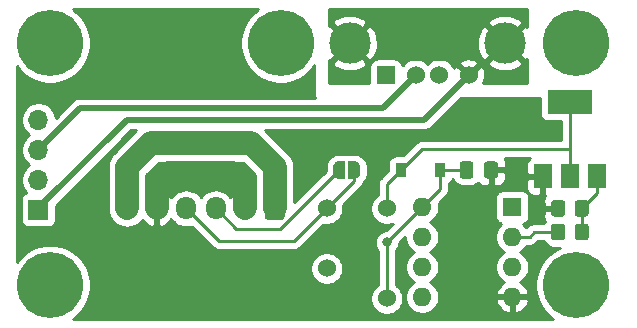
<source format=gbl>
G04 #@! TF.GenerationSoftware,KiCad,Pcbnew,5.1.9+dfsg1-1+deb11u1*
G04 #@! TF.CreationDate,2023-06-30T23:04:53+09:00*
G04 #@! TF.ProjectId,tablet-usb-adapter,7461626c-6574-42d7-9573-622d61646170,rev?*
G04 #@! TF.SameCoordinates,Original*
G04 #@! TF.FileFunction,Copper,L2,Bot*
G04 #@! TF.FilePolarity,Positive*
%FSLAX46Y46*%
G04 Gerber Fmt 4.6, Leading zero omitted, Abs format (unit mm)*
G04 Created by KiCad (PCBNEW 5.1.9+dfsg1-1+deb11u1) date 2023-06-30 23:04:53*
%MOMM*%
%LPD*%
G01*
G04 APERTURE LIST*
G04 #@! TA.AperFunction,ComponentPad*
%ADD10C,5.600000*%
G04 #@! TD*
G04 #@! TA.AperFunction,ComponentPad*
%ADD11R,1.700000X1.700000*%
G04 #@! TD*
G04 #@! TA.AperFunction,ComponentPad*
%ADD12O,1.700000X1.700000*%
G04 #@! TD*
G04 #@! TA.AperFunction,ComponentPad*
%ADD13O,1.700000X1.950000*%
G04 #@! TD*
G04 #@! TA.AperFunction,ComponentPad*
%ADD14C,3.500000*%
G04 #@! TD*
G04 #@! TA.AperFunction,ComponentPad*
%ADD15R,1.524000X1.524000*%
G04 #@! TD*
G04 #@! TA.AperFunction,ComponentPad*
%ADD16C,1.524000*%
G04 #@! TD*
G04 #@! TA.AperFunction,SMDPad,CuDef*
%ADD17R,3.800000X2.000000*%
G04 #@! TD*
G04 #@! TA.AperFunction,SMDPad,CuDef*
%ADD18R,1.500000X2.000000*%
G04 #@! TD*
G04 #@! TA.AperFunction,ComponentPad*
%ADD19R,1.600000X1.600000*%
G04 #@! TD*
G04 #@! TA.AperFunction,ComponentPad*
%ADD20O,1.600000X1.600000*%
G04 #@! TD*
G04 #@! TA.AperFunction,SMDPad,CuDef*
%ADD21R,0.900000X1.200000*%
G04 #@! TD*
G04 #@! TA.AperFunction,SMDPad,CuDef*
%ADD22C,0.100000*%
G04 #@! TD*
G04 #@! TA.AperFunction,ViaPad*
%ADD23C,0.800000*%
G04 #@! TD*
G04 #@! TA.AperFunction,Conductor*
%ADD24C,0.500000*%
G04 #@! TD*
G04 #@! TA.AperFunction,Conductor*
%ADD25C,0.250000*%
G04 #@! TD*
G04 #@! TA.AperFunction,Conductor*
%ADD26C,2.000000*%
G04 #@! TD*
G04 #@! TA.AperFunction,Conductor*
%ADD27C,0.254000*%
G04 #@! TD*
G04 #@! TA.AperFunction,Conductor*
%ADD28C,0.100000*%
G04 #@! TD*
G04 APERTURE END LIST*
D10*
X119000000Y-67500000D03*
X99500000Y-88000000D03*
X144000000Y-88000000D03*
X144000000Y-67500000D03*
X99500000Y-67500000D03*
G04 #@! TA.AperFunction,SMDPad,CuDef*
G36*
G01*
X145100000Y-81049999D02*
X145100000Y-81950001D01*
G75*
G02*
X144850001Y-82200000I-249999J0D01*
G01*
X144149999Y-82200000D01*
G75*
G02*
X143900000Y-81950001I0J249999D01*
G01*
X143900000Y-81049999D01*
G75*
G02*
X144149999Y-80800000I249999J0D01*
G01*
X144850001Y-80800000D01*
G75*
G02*
X145100000Y-81049999I0J-249999D01*
G01*
G37*
G04 #@! TD.AperFunction*
G04 #@! TA.AperFunction,SMDPad,CuDef*
G36*
G01*
X143100000Y-81049999D02*
X143100000Y-81950001D01*
G75*
G02*
X142850001Y-82200000I-249999J0D01*
G01*
X142149999Y-82200000D01*
G75*
G02*
X141900000Y-81950001I0J249999D01*
G01*
X141900000Y-81049999D01*
G75*
G02*
X142149999Y-80800000I249999J0D01*
G01*
X142850001Y-80800000D01*
G75*
G02*
X143100000Y-81049999I0J-249999D01*
G01*
G37*
G04 #@! TD.AperFunction*
G04 #@! TA.AperFunction,SMDPad,CuDef*
G36*
G01*
X134162500Y-78725000D02*
X134162500Y-77775000D01*
G75*
G02*
X134412500Y-77525000I250000J0D01*
G01*
X135087500Y-77525000D01*
G75*
G02*
X135337500Y-77775000I0J-250000D01*
G01*
X135337500Y-78725000D01*
G75*
G02*
X135087500Y-78975000I-250000J0D01*
G01*
X134412500Y-78975000D01*
G75*
G02*
X134162500Y-78725000I0J250000D01*
G01*
G37*
G04 #@! TD.AperFunction*
G04 #@! TA.AperFunction,SMDPad,CuDef*
G36*
G01*
X136237500Y-78725000D02*
X136237500Y-77775000D01*
G75*
G02*
X136487500Y-77525000I250000J0D01*
G01*
X137162500Y-77525000D01*
G75*
G02*
X137412500Y-77775000I0J-250000D01*
G01*
X137412500Y-78725000D01*
G75*
G02*
X137162500Y-78975000I-250000J0D01*
G01*
X136487500Y-78975000D01*
G75*
G02*
X136237500Y-78725000I0J250000D01*
G01*
G37*
G04 #@! TD.AperFunction*
D11*
X98500000Y-81620000D03*
D12*
X98500000Y-79080000D03*
X98500000Y-76540000D03*
X98500000Y-74000000D03*
G04 #@! TA.AperFunction,ComponentPad*
G36*
G01*
X119350000Y-80775000D02*
X119350000Y-82225000D01*
G75*
G02*
X119100000Y-82475000I-250000J0D01*
G01*
X117900000Y-82475000D01*
G75*
G02*
X117650000Y-82225000I0J250000D01*
G01*
X117650000Y-80775000D01*
G75*
G02*
X117900000Y-80525000I250000J0D01*
G01*
X119100000Y-80525000D01*
G75*
G02*
X119350000Y-80775000I0J-250000D01*
G01*
G37*
G04 #@! TD.AperFunction*
D13*
X116000000Y-81500000D03*
X113500000Y-81500000D03*
X111000000Y-81500000D03*
X108500000Y-81500000D03*
X106000000Y-81500000D03*
D14*
X138000000Y-67500000D03*
X124860000Y-67500000D03*
D15*
X127930000Y-70210000D03*
D16*
X130430000Y-70210000D03*
X132430000Y-70210000D03*
X134930000Y-70210000D03*
D17*
X143500000Y-72500000D03*
D18*
X143500000Y-78800000D03*
X141200000Y-78800000D03*
X145800000Y-78800000D03*
G04 #@! TA.AperFunction,SMDPad,CuDef*
G36*
G01*
X143100000Y-83049999D02*
X143100000Y-83950001D01*
G75*
G02*
X142850001Y-84200000I-249999J0D01*
G01*
X142149999Y-84200000D01*
G75*
G02*
X141900000Y-83950001I0J249999D01*
G01*
X141900000Y-83049999D01*
G75*
G02*
X142149999Y-82800000I249999J0D01*
G01*
X142850001Y-82800000D01*
G75*
G02*
X143100000Y-83049999I0J-249999D01*
G01*
G37*
G04 #@! TD.AperFunction*
G04 #@! TA.AperFunction,SMDPad,CuDef*
G36*
G01*
X145100000Y-83049999D02*
X145100000Y-83950001D01*
G75*
G02*
X144850001Y-84200000I-249999J0D01*
G01*
X144149999Y-84200000D01*
G75*
G02*
X143900000Y-83950001I0J249999D01*
G01*
X143900000Y-83049999D01*
G75*
G02*
X144149999Y-82800000I249999J0D01*
G01*
X144850001Y-82800000D01*
G75*
G02*
X145100000Y-83049999I0J-249999D01*
G01*
G37*
G04 #@! TD.AperFunction*
D19*
X138620000Y-81380000D03*
D20*
X131000000Y-89000000D03*
X138620000Y-83920000D03*
X131000000Y-86460000D03*
X138620000Y-86460000D03*
X131000000Y-83920000D03*
X138620000Y-89000000D03*
X131000000Y-81380000D03*
D21*
X129200000Y-78250000D03*
X132500000Y-78250000D03*
D16*
X122920000Y-81500000D03*
X128000000Y-81500000D03*
X122920000Y-86580000D03*
X128000000Y-89120000D03*
G04 #@! TA.AperFunction,SMDPad,CuDef*
D22*
G36*
X124750000Y-77500000D02*
G01*
X125250000Y-77500000D01*
X125250000Y-77500602D01*
X125274534Y-77500602D01*
X125323365Y-77505412D01*
X125371490Y-77514984D01*
X125418445Y-77529228D01*
X125463778Y-77548005D01*
X125507051Y-77571136D01*
X125547850Y-77598396D01*
X125585779Y-77629524D01*
X125620476Y-77664221D01*
X125651604Y-77702150D01*
X125678864Y-77742949D01*
X125701995Y-77786222D01*
X125720772Y-77831555D01*
X125735016Y-77878510D01*
X125744588Y-77926635D01*
X125749398Y-77975466D01*
X125749398Y-78000000D01*
X125750000Y-78000000D01*
X125750000Y-78500000D01*
X125749398Y-78500000D01*
X125749398Y-78524534D01*
X125744588Y-78573365D01*
X125735016Y-78621490D01*
X125720772Y-78668445D01*
X125701995Y-78713778D01*
X125678864Y-78757051D01*
X125651604Y-78797850D01*
X125620476Y-78835779D01*
X125585779Y-78870476D01*
X125547850Y-78901604D01*
X125507051Y-78928864D01*
X125463778Y-78951995D01*
X125418445Y-78970772D01*
X125371490Y-78985016D01*
X125323365Y-78994588D01*
X125274534Y-78999398D01*
X125250000Y-78999398D01*
X125250000Y-79000000D01*
X124750000Y-79000000D01*
X124750000Y-77500000D01*
G37*
G04 #@! TD.AperFunction*
G04 #@! TA.AperFunction,SMDPad,CuDef*
G36*
X123950000Y-78999398D02*
G01*
X123925466Y-78999398D01*
X123876635Y-78994588D01*
X123828510Y-78985016D01*
X123781555Y-78970772D01*
X123736222Y-78951995D01*
X123692949Y-78928864D01*
X123652150Y-78901604D01*
X123614221Y-78870476D01*
X123579524Y-78835779D01*
X123548396Y-78797850D01*
X123521136Y-78757051D01*
X123498005Y-78713778D01*
X123479228Y-78668445D01*
X123464984Y-78621490D01*
X123455412Y-78573365D01*
X123450602Y-78524534D01*
X123450602Y-78500000D01*
X123450000Y-78500000D01*
X123450000Y-78000000D01*
X123450602Y-78000000D01*
X123450602Y-77975466D01*
X123455412Y-77926635D01*
X123464984Y-77878510D01*
X123479228Y-77831555D01*
X123498005Y-77786222D01*
X123521136Y-77742949D01*
X123548396Y-77702150D01*
X123579524Y-77664221D01*
X123614221Y-77629524D01*
X123652150Y-77598396D01*
X123692949Y-77571136D01*
X123736222Y-77548005D01*
X123781555Y-77529228D01*
X123828510Y-77514984D01*
X123876635Y-77505412D01*
X123925466Y-77500602D01*
X123950000Y-77500602D01*
X123950000Y-77500000D01*
X124450000Y-77500000D01*
X124450000Y-79000000D01*
X123950000Y-79000000D01*
X123950000Y-78999398D01*
G37*
G04 #@! TD.AperFunction*
D23*
X128000000Y-84380000D03*
D24*
X98500000Y-76540000D02*
X102040000Y-73000000D01*
X127640000Y-73000000D02*
X130430000Y-70210000D01*
X102040000Y-73000000D02*
X127640000Y-73000000D01*
D25*
X127930000Y-69500000D02*
X127930000Y-69570000D01*
D24*
X98500000Y-81620000D02*
X98500000Y-81500000D01*
X98500000Y-81500000D02*
X106000000Y-74000000D01*
X131140000Y-74000000D02*
X134930000Y-70210000D01*
X106000000Y-74000000D02*
X131140000Y-74000000D01*
D26*
X106000000Y-81500000D02*
X106000000Y-78000000D01*
X106000000Y-78000000D02*
X108000000Y-76000000D01*
X108000000Y-76000000D02*
X116500000Y-76000000D01*
X118500000Y-78000000D02*
X118500000Y-81500000D01*
X116500000Y-76000000D02*
X118500000Y-78000000D01*
D25*
X128000000Y-84380000D02*
X128000000Y-89120000D01*
X131000000Y-81380000D02*
X128000000Y-84380000D01*
X132500000Y-78250000D02*
X134750000Y-78250000D01*
X132500000Y-79880000D02*
X131000000Y-81380000D01*
X132500000Y-78250000D02*
X132500000Y-79880000D01*
X116000000Y-81500000D02*
X116000000Y-82000000D01*
D26*
X108500000Y-81500000D02*
X108500000Y-79500000D01*
X108500000Y-79500000D02*
X109500000Y-78500000D01*
X109500000Y-78500000D02*
X115000000Y-78500000D01*
X116000000Y-79500000D02*
X116000000Y-81500000D01*
X115000000Y-78500000D02*
X116000000Y-79500000D01*
D25*
X143500000Y-76500000D02*
X143500000Y-78800000D01*
X143500000Y-76500000D02*
X143500000Y-72500000D01*
X130950000Y-76500000D02*
X143500000Y-76500000D01*
X129200000Y-78250000D02*
X130950000Y-76500000D01*
X128000000Y-79450000D02*
X129200000Y-78250000D01*
X128000000Y-81500000D02*
X128000000Y-79450000D01*
X123950000Y-78250000D02*
X118950000Y-83250000D01*
X115250000Y-83250000D02*
X113500000Y-81500000D01*
X118950000Y-83250000D02*
X115250000Y-83250000D01*
X111000000Y-81500000D02*
X113750000Y-84250000D01*
X120170000Y-84250000D02*
X122920000Y-81500000D01*
X113750000Y-84250000D02*
X120170000Y-84250000D01*
X125250000Y-79170000D02*
X125250000Y-78250000D01*
X122920000Y-81500000D02*
X125250000Y-79170000D01*
X144500000Y-83500000D02*
X144500000Y-81500000D01*
X145800000Y-80200000D02*
X144500000Y-81500000D01*
X145800000Y-78800000D02*
X145800000Y-80200000D01*
X138620000Y-83920000D02*
X140080000Y-83920000D01*
X140080000Y-83920000D02*
X140500000Y-83500000D01*
X140500000Y-83500000D02*
X142500000Y-83500000D01*
D27*
X139873000Y-66120932D02*
X139669609Y-66009997D01*
X138179605Y-67500000D01*
X139669609Y-68990003D01*
X139873000Y-68879068D01*
X139873000Y-70873000D01*
X136161979Y-70873000D01*
X136252756Y-70679952D01*
X136319023Y-70412865D01*
X136331910Y-70137983D01*
X136290922Y-69865867D01*
X136197636Y-69606977D01*
X136135656Y-69491020D01*
X135895565Y-69424040D01*
X135109605Y-70210000D01*
X135123748Y-70224143D01*
X134944143Y-70403748D01*
X134930000Y-70389605D01*
X134915858Y-70403748D01*
X134736253Y-70224143D01*
X134750395Y-70210000D01*
X133964435Y-69424040D01*
X133724344Y-69491020D01*
X133681782Y-69581533D01*
X133668005Y-69548273D01*
X133515120Y-69319465D01*
X133440090Y-69244435D01*
X134144040Y-69244435D01*
X134930000Y-70030395D01*
X135715960Y-69244435D01*
X135695086Y-69169609D01*
X136509997Y-69169609D01*
X136696073Y-69510766D01*
X137113409Y-69726513D01*
X137564815Y-69856696D01*
X138032946Y-69896313D01*
X138499811Y-69843842D01*
X138947468Y-69701297D01*
X139303927Y-69510766D01*
X139490003Y-69169609D01*
X138000000Y-67679605D01*
X136509997Y-69169609D01*
X135695086Y-69169609D01*
X135648980Y-69004344D01*
X135399952Y-68887244D01*
X135132865Y-68820977D01*
X134857983Y-68808090D01*
X134585867Y-68849078D01*
X134326977Y-68942364D01*
X134211020Y-69004344D01*
X134144040Y-69244435D01*
X133440090Y-69244435D01*
X133320535Y-69124880D01*
X133091727Y-68971995D01*
X132837490Y-68866686D01*
X132567592Y-68813000D01*
X132292408Y-68813000D01*
X132022510Y-68866686D01*
X131768273Y-68971995D01*
X131539465Y-69124880D01*
X131430000Y-69234345D01*
X131320535Y-69124880D01*
X131091727Y-68971995D01*
X130837490Y-68866686D01*
X130567592Y-68813000D01*
X130292408Y-68813000D01*
X130022510Y-68866686D01*
X129768273Y-68971995D01*
X129539465Y-69124880D01*
X129344880Y-69319465D01*
X129320941Y-69355292D01*
X129317812Y-69323518D01*
X129281502Y-69203820D01*
X129222537Y-69093506D01*
X129143185Y-68996815D01*
X129046494Y-68917463D01*
X128936180Y-68858498D01*
X128816482Y-68822188D01*
X128692000Y-68809928D01*
X128251195Y-68809928D01*
X128222246Y-68794454D01*
X128078985Y-68750997D01*
X127930000Y-68736323D01*
X127781014Y-68750997D01*
X127637753Y-68794454D01*
X127608804Y-68809928D01*
X127168000Y-68809928D01*
X127043518Y-68822188D01*
X126923820Y-68858498D01*
X126813506Y-68917463D01*
X126716815Y-68996815D01*
X126637463Y-69093506D01*
X126578498Y-69203820D01*
X126542188Y-69323518D01*
X126529928Y-69448000D01*
X126529928Y-70873000D01*
X123127000Y-70873000D01*
X123127000Y-69169609D01*
X123369997Y-69169609D01*
X123556073Y-69510766D01*
X123973409Y-69726513D01*
X124424815Y-69856696D01*
X124892946Y-69896313D01*
X125359811Y-69843842D01*
X125807468Y-69701297D01*
X126163927Y-69510766D01*
X126350003Y-69169609D01*
X124860000Y-67679605D01*
X123369997Y-69169609D01*
X123127000Y-69169609D01*
X123127000Y-68955428D01*
X123190391Y-68990003D01*
X124680395Y-67500000D01*
X125039605Y-67500000D01*
X126529609Y-68990003D01*
X126870766Y-68803927D01*
X127086513Y-68386591D01*
X127216696Y-67935185D01*
X127250736Y-67532946D01*
X135603687Y-67532946D01*
X135656158Y-67999811D01*
X135798703Y-68447468D01*
X135989234Y-68803927D01*
X136330391Y-68990003D01*
X137820395Y-67500000D01*
X136330391Y-66009997D01*
X135989234Y-66196073D01*
X135773487Y-66613409D01*
X135643304Y-67064815D01*
X135603687Y-67532946D01*
X127250736Y-67532946D01*
X127256313Y-67467054D01*
X127203842Y-67000189D01*
X127061297Y-66552532D01*
X126870766Y-66196073D01*
X126529609Y-66009997D01*
X125039605Y-67500000D01*
X124680395Y-67500000D01*
X123190391Y-66009997D01*
X123127000Y-66044572D01*
X123127000Y-65830391D01*
X123369997Y-65830391D01*
X124860000Y-67320395D01*
X126350003Y-65830391D01*
X136509997Y-65830391D01*
X138000000Y-67320395D01*
X139490003Y-65830391D01*
X139303927Y-65489234D01*
X138886591Y-65273487D01*
X138435185Y-65143304D01*
X137967054Y-65103687D01*
X137500189Y-65156158D01*
X137052532Y-65298703D01*
X136696073Y-65489234D01*
X136509997Y-65830391D01*
X126350003Y-65830391D01*
X126163927Y-65489234D01*
X125746591Y-65273487D01*
X125295185Y-65143304D01*
X124827054Y-65103687D01*
X124360189Y-65156158D01*
X123912532Y-65298703D01*
X123556073Y-65489234D01*
X123369997Y-65830391D01*
X123127000Y-65830391D01*
X123127000Y-64660000D01*
X139873000Y-64660000D01*
X139873000Y-66120932D01*
G04 #@! TA.AperFunction,Conductor*
D28*
G36*
X139873000Y-66120932D02*
G01*
X139669609Y-66009997D01*
X138179605Y-67500000D01*
X139669609Y-68990003D01*
X139873000Y-68879068D01*
X139873000Y-70873000D01*
X136161979Y-70873000D01*
X136252756Y-70679952D01*
X136319023Y-70412865D01*
X136331910Y-70137983D01*
X136290922Y-69865867D01*
X136197636Y-69606977D01*
X136135656Y-69491020D01*
X135895565Y-69424040D01*
X135109605Y-70210000D01*
X135123748Y-70224143D01*
X134944143Y-70403748D01*
X134930000Y-70389605D01*
X134915858Y-70403748D01*
X134736253Y-70224143D01*
X134750395Y-70210000D01*
X133964435Y-69424040D01*
X133724344Y-69491020D01*
X133681782Y-69581533D01*
X133668005Y-69548273D01*
X133515120Y-69319465D01*
X133440090Y-69244435D01*
X134144040Y-69244435D01*
X134930000Y-70030395D01*
X135715960Y-69244435D01*
X135695086Y-69169609D01*
X136509997Y-69169609D01*
X136696073Y-69510766D01*
X137113409Y-69726513D01*
X137564815Y-69856696D01*
X138032946Y-69896313D01*
X138499811Y-69843842D01*
X138947468Y-69701297D01*
X139303927Y-69510766D01*
X139490003Y-69169609D01*
X138000000Y-67679605D01*
X136509997Y-69169609D01*
X135695086Y-69169609D01*
X135648980Y-69004344D01*
X135399952Y-68887244D01*
X135132865Y-68820977D01*
X134857983Y-68808090D01*
X134585867Y-68849078D01*
X134326977Y-68942364D01*
X134211020Y-69004344D01*
X134144040Y-69244435D01*
X133440090Y-69244435D01*
X133320535Y-69124880D01*
X133091727Y-68971995D01*
X132837490Y-68866686D01*
X132567592Y-68813000D01*
X132292408Y-68813000D01*
X132022510Y-68866686D01*
X131768273Y-68971995D01*
X131539465Y-69124880D01*
X131430000Y-69234345D01*
X131320535Y-69124880D01*
X131091727Y-68971995D01*
X130837490Y-68866686D01*
X130567592Y-68813000D01*
X130292408Y-68813000D01*
X130022510Y-68866686D01*
X129768273Y-68971995D01*
X129539465Y-69124880D01*
X129344880Y-69319465D01*
X129320941Y-69355292D01*
X129317812Y-69323518D01*
X129281502Y-69203820D01*
X129222537Y-69093506D01*
X129143185Y-68996815D01*
X129046494Y-68917463D01*
X128936180Y-68858498D01*
X128816482Y-68822188D01*
X128692000Y-68809928D01*
X128251195Y-68809928D01*
X128222246Y-68794454D01*
X128078985Y-68750997D01*
X127930000Y-68736323D01*
X127781014Y-68750997D01*
X127637753Y-68794454D01*
X127608804Y-68809928D01*
X127168000Y-68809928D01*
X127043518Y-68822188D01*
X126923820Y-68858498D01*
X126813506Y-68917463D01*
X126716815Y-68996815D01*
X126637463Y-69093506D01*
X126578498Y-69203820D01*
X126542188Y-69323518D01*
X126529928Y-69448000D01*
X126529928Y-70873000D01*
X123127000Y-70873000D01*
X123127000Y-69169609D01*
X123369997Y-69169609D01*
X123556073Y-69510766D01*
X123973409Y-69726513D01*
X124424815Y-69856696D01*
X124892946Y-69896313D01*
X125359811Y-69843842D01*
X125807468Y-69701297D01*
X126163927Y-69510766D01*
X126350003Y-69169609D01*
X124860000Y-67679605D01*
X123369997Y-69169609D01*
X123127000Y-69169609D01*
X123127000Y-68955428D01*
X123190391Y-68990003D01*
X124680395Y-67500000D01*
X125039605Y-67500000D01*
X126529609Y-68990003D01*
X126870766Y-68803927D01*
X127086513Y-68386591D01*
X127216696Y-67935185D01*
X127250736Y-67532946D01*
X135603687Y-67532946D01*
X135656158Y-67999811D01*
X135798703Y-68447468D01*
X135989234Y-68803927D01*
X136330391Y-68990003D01*
X137820395Y-67500000D01*
X136330391Y-66009997D01*
X135989234Y-66196073D01*
X135773487Y-66613409D01*
X135643304Y-67064815D01*
X135603687Y-67532946D01*
X127250736Y-67532946D01*
X127256313Y-67467054D01*
X127203842Y-67000189D01*
X127061297Y-66552532D01*
X126870766Y-66196073D01*
X126529609Y-66009997D01*
X125039605Y-67500000D01*
X124680395Y-67500000D01*
X123190391Y-66009997D01*
X123127000Y-66044572D01*
X123127000Y-65830391D01*
X123369997Y-65830391D01*
X124860000Y-67320395D01*
X126350003Y-65830391D01*
X136509997Y-65830391D01*
X138000000Y-67320395D01*
X139490003Y-65830391D01*
X139303927Y-65489234D01*
X138886591Y-65273487D01*
X138435185Y-65143304D01*
X137967054Y-65103687D01*
X137500189Y-65156158D01*
X137052532Y-65298703D01*
X136696073Y-65489234D01*
X136509997Y-65830391D01*
X126350003Y-65830391D01*
X126163927Y-65489234D01*
X125746591Y-65273487D01*
X125295185Y-65143304D01*
X124827054Y-65103687D01*
X124360189Y-65156158D01*
X123912532Y-65298703D01*
X123556073Y-65489234D01*
X123369997Y-65830391D01*
X123127000Y-65830391D01*
X123127000Y-64660000D01*
X139873000Y-64660000D01*
X139873000Y-66120932D01*
G37*
G04 #@! TD.AperFunction*
D27*
X116810315Y-64831862D02*
X116331862Y-65310315D01*
X115955943Y-65872918D01*
X115697006Y-66498048D01*
X115565000Y-67161682D01*
X115565000Y-67838318D01*
X115697006Y-68501952D01*
X115955943Y-69127082D01*
X116331862Y-69689685D01*
X116810315Y-70168138D01*
X117372918Y-70544057D01*
X117998048Y-70802994D01*
X118661682Y-70935000D01*
X119338318Y-70935000D01*
X120001952Y-70802994D01*
X120627082Y-70544057D01*
X121189685Y-70168138D01*
X121668138Y-69689685D01*
X121873000Y-69383087D01*
X121873000Y-72000000D01*
X121875440Y-72024776D01*
X121882667Y-72048601D01*
X121894403Y-72070557D01*
X121910197Y-72089803D01*
X121929443Y-72105597D01*
X121947034Y-72115000D01*
X102083466Y-72115000D01*
X102039999Y-72110719D01*
X101996533Y-72115000D01*
X101996523Y-72115000D01*
X101866510Y-72127805D01*
X101699687Y-72178411D01*
X101545941Y-72260589D01*
X101545939Y-72260590D01*
X101545940Y-72260590D01*
X101444953Y-72343468D01*
X101444951Y-72343470D01*
X101411183Y-72371183D01*
X101383470Y-72404951D01*
X99976652Y-73811770D01*
X99927932Y-73566842D01*
X99815990Y-73296589D01*
X99653475Y-73053368D01*
X99446632Y-72846525D01*
X99203411Y-72684010D01*
X98933158Y-72572068D01*
X98646260Y-72515000D01*
X98353740Y-72515000D01*
X98066842Y-72572068D01*
X97796589Y-72684010D01*
X97553368Y-72846525D01*
X97346525Y-73053368D01*
X97184010Y-73296589D01*
X97072068Y-73566842D01*
X97015000Y-73853740D01*
X97015000Y-74146260D01*
X97072068Y-74433158D01*
X97184010Y-74703411D01*
X97346525Y-74946632D01*
X97553368Y-75153475D01*
X97727760Y-75270000D01*
X97553368Y-75386525D01*
X97346525Y-75593368D01*
X97184010Y-75836589D01*
X97072068Y-76106842D01*
X97015000Y-76393740D01*
X97015000Y-76686260D01*
X97072068Y-76973158D01*
X97184010Y-77243411D01*
X97346525Y-77486632D01*
X97553368Y-77693475D01*
X97727760Y-77810000D01*
X97553368Y-77926525D01*
X97346525Y-78133368D01*
X97184010Y-78376589D01*
X97072068Y-78646842D01*
X97015000Y-78933740D01*
X97015000Y-79226260D01*
X97072068Y-79513158D01*
X97184010Y-79783411D01*
X97346525Y-80026632D01*
X97478380Y-80158487D01*
X97405820Y-80180498D01*
X97295506Y-80239463D01*
X97198815Y-80318815D01*
X97119463Y-80415506D01*
X97060498Y-80525820D01*
X97024188Y-80645518D01*
X97011928Y-80770000D01*
X97011928Y-82470000D01*
X97024188Y-82594482D01*
X97060498Y-82714180D01*
X97119463Y-82824494D01*
X97198815Y-82921185D01*
X97295506Y-83000537D01*
X97405820Y-83059502D01*
X97525518Y-83095812D01*
X97650000Y-83108072D01*
X99350000Y-83108072D01*
X99474482Y-83095812D01*
X99594180Y-83059502D01*
X99704494Y-83000537D01*
X99801185Y-82921185D01*
X99880537Y-82824494D01*
X99939502Y-82714180D01*
X99975812Y-82594482D01*
X99988072Y-82470000D01*
X99988072Y-81263506D01*
X106366579Y-74885000D01*
X106799949Y-74885000D01*
X106787080Y-74900682D01*
X104900682Y-76787080D01*
X104838287Y-76838286D01*
X104665511Y-77048815D01*
X104633970Y-77087248D01*
X104482148Y-77371286D01*
X104388658Y-77679484D01*
X104357089Y-78000000D01*
X104365001Y-78080329D01*
X104365000Y-81580321D01*
X104388657Y-81820515D01*
X104482148Y-82128714D01*
X104633969Y-82412751D01*
X104838286Y-82661714D01*
X105087248Y-82866031D01*
X105371285Y-83017852D01*
X105679484Y-83111343D01*
X106000000Y-83142911D01*
X106320515Y-83111343D01*
X106628714Y-83017852D01*
X106912751Y-82866031D01*
X107161714Y-82661714D01*
X107301950Y-82490836D01*
X107410951Y-82634429D01*
X107628807Y-82827496D01*
X107880142Y-82974352D01*
X108143110Y-83066476D01*
X108373000Y-82945155D01*
X108373000Y-81627000D01*
X108353000Y-81627000D01*
X108353000Y-81373000D01*
X108373000Y-81373000D01*
X108373000Y-80054845D01*
X108143110Y-79933524D01*
X107880142Y-80025648D01*
X107635000Y-80168885D01*
X107635000Y-78677238D01*
X108677239Y-77635000D01*
X115822762Y-77635000D01*
X116865000Y-78677239D01*
X116865001Y-80168886D01*
X116619858Y-80025648D01*
X116356890Y-79933524D01*
X116127000Y-80054845D01*
X116127000Y-81373000D01*
X116147000Y-81373000D01*
X116147000Y-81627000D01*
X116127000Y-81627000D01*
X116127000Y-81647000D01*
X115873000Y-81647000D01*
X115873000Y-81627000D01*
X115853000Y-81627000D01*
X115853000Y-81373000D01*
X115873000Y-81373000D01*
X115873000Y-80054845D01*
X115643110Y-79933524D01*
X115380142Y-80025648D01*
X115128807Y-80172504D01*
X114910951Y-80365571D01*
X114754462Y-80571722D01*
X114740706Y-80545986D01*
X114555134Y-80319866D01*
X114329014Y-80134294D01*
X114071034Y-79996401D01*
X113791111Y-79911487D01*
X113500000Y-79882815D01*
X113208890Y-79911487D01*
X112928967Y-79996401D01*
X112670987Y-80134294D01*
X112444866Y-80319866D01*
X112259294Y-80545986D01*
X112250000Y-80563374D01*
X112240706Y-80545986D01*
X112055134Y-80319866D01*
X111829014Y-80134294D01*
X111571034Y-79996401D01*
X111291111Y-79911487D01*
X111000000Y-79882815D01*
X110708890Y-79911487D01*
X110428967Y-79996401D01*
X110170987Y-80134294D01*
X109944866Y-80319866D01*
X109759294Y-80545986D01*
X109745538Y-80571722D01*
X109589049Y-80365571D01*
X109371193Y-80172504D01*
X109119858Y-80025648D01*
X108856890Y-79933524D01*
X108627000Y-80054845D01*
X108627000Y-81373000D01*
X108647000Y-81373000D01*
X108647000Y-81627000D01*
X108627000Y-81627000D01*
X108627000Y-82945155D01*
X108856890Y-83066476D01*
X109119858Y-82974352D01*
X109371193Y-82827496D01*
X109589049Y-82634429D01*
X109745538Y-82428278D01*
X109759294Y-82454013D01*
X109944866Y-82680134D01*
X110170986Y-82865706D01*
X110428966Y-83003599D01*
X110708889Y-83088513D01*
X111000000Y-83117185D01*
X111291110Y-83088513D01*
X111461902Y-83036704D01*
X113186201Y-84761003D01*
X113209999Y-84790001D01*
X113325724Y-84884974D01*
X113457753Y-84955546D01*
X113601014Y-84999003D01*
X113712667Y-85010000D01*
X113712676Y-85010000D01*
X113749999Y-85013676D01*
X113787322Y-85010000D01*
X120132678Y-85010000D01*
X120170000Y-85013676D01*
X120207322Y-85010000D01*
X120207333Y-85010000D01*
X120318986Y-84999003D01*
X120462247Y-84955546D01*
X120594276Y-84884974D01*
X120710001Y-84790001D01*
X120733804Y-84760997D01*
X122628430Y-82866372D01*
X122782408Y-82897000D01*
X123057592Y-82897000D01*
X123327490Y-82843314D01*
X123581727Y-82738005D01*
X123810535Y-82585120D01*
X124005120Y-82390535D01*
X124158005Y-82161727D01*
X124263314Y-81907490D01*
X124317000Y-81637592D01*
X124317000Y-81362408D01*
X124286372Y-81208430D01*
X125761004Y-79733798D01*
X125790001Y-79710001D01*
X125884974Y-79594276D01*
X125955546Y-79462247D01*
X125985025Y-79365065D01*
X126018382Y-79337690D01*
X126087690Y-79268382D01*
X126167042Y-79171691D01*
X126221498Y-79090192D01*
X126280464Y-78979875D01*
X126317973Y-78889319D01*
X126354282Y-78769623D01*
X126373404Y-78673490D01*
X126385664Y-78549009D01*
X126385664Y-78524450D01*
X126388072Y-78500000D01*
X126388072Y-78000000D01*
X126385664Y-77975550D01*
X126385664Y-77950991D01*
X126373404Y-77826510D01*
X126354282Y-77730377D01*
X126317973Y-77610681D01*
X126280464Y-77520125D01*
X126221498Y-77409808D01*
X126167042Y-77328309D01*
X126087690Y-77231618D01*
X126018382Y-77162310D01*
X125921691Y-77082958D01*
X125840192Y-77028502D01*
X125729875Y-76969536D01*
X125639319Y-76932027D01*
X125519623Y-76895718D01*
X125423490Y-76876596D01*
X125299009Y-76864336D01*
X125274450Y-76864336D01*
X125250000Y-76861928D01*
X124750000Y-76861928D01*
X124625518Y-76874188D01*
X124600000Y-76881929D01*
X124574482Y-76874188D01*
X124450000Y-76861928D01*
X123950000Y-76861928D01*
X123925550Y-76864336D01*
X123900991Y-76864336D01*
X123776510Y-76876596D01*
X123680377Y-76895718D01*
X123560681Y-76932027D01*
X123470125Y-76969536D01*
X123359808Y-77028502D01*
X123278309Y-77082958D01*
X123181618Y-77162310D01*
X123112310Y-77231618D01*
X123032958Y-77328309D01*
X122978502Y-77409808D01*
X122919536Y-77520125D01*
X122882027Y-77610681D01*
X122845718Y-77730377D01*
X122826596Y-77826510D01*
X122814336Y-77950991D01*
X122814336Y-77975550D01*
X122811928Y-78000000D01*
X122811928Y-78313270D01*
X120135000Y-80990199D01*
X120135000Y-78080319D01*
X120142911Y-77999999D01*
X120128727Y-77855990D01*
X120111343Y-77679484D01*
X120017852Y-77371285D01*
X119866031Y-77087248D01*
X119661714Y-76838286D01*
X119599320Y-76787081D01*
X117712925Y-74900687D01*
X117700051Y-74885000D01*
X131096531Y-74885000D01*
X131140000Y-74889281D01*
X131183469Y-74885000D01*
X131183477Y-74885000D01*
X131313490Y-74872195D01*
X131480313Y-74821589D01*
X131634059Y-74739411D01*
X131768817Y-74628817D01*
X131796534Y-74595044D01*
X134264579Y-72127000D01*
X140961928Y-72127000D01*
X140961928Y-73500000D01*
X140974188Y-73624482D01*
X141010498Y-73744180D01*
X141069463Y-73854494D01*
X141148815Y-73951185D01*
X141245506Y-74030537D01*
X141355820Y-74089502D01*
X141475518Y-74125812D01*
X141600000Y-74138072D01*
X142740001Y-74138072D01*
X142740000Y-75740000D01*
X130987325Y-75740000D01*
X130950000Y-75736324D01*
X130912675Y-75740000D01*
X130912667Y-75740000D01*
X130801014Y-75750997D01*
X130657753Y-75794454D01*
X130525724Y-75865026D01*
X130409999Y-75959999D01*
X130386201Y-75988997D01*
X129363271Y-77011928D01*
X128750000Y-77011928D01*
X128625518Y-77024188D01*
X128505820Y-77060498D01*
X128395506Y-77119463D01*
X128298815Y-77198815D01*
X128219463Y-77295506D01*
X128160498Y-77405820D01*
X128124188Y-77525518D01*
X128111928Y-77650000D01*
X128111928Y-78263270D01*
X127488998Y-78886201D01*
X127460000Y-78909999D01*
X127436202Y-78938997D01*
X127436201Y-78938998D01*
X127365026Y-79025724D01*
X127294454Y-79157754D01*
X127250998Y-79301015D01*
X127236324Y-79450000D01*
X127240001Y-79487332D01*
X127240001Y-80327659D01*
X127109465Y-80414880D01*
X126914880Y-80609465D01*
X126761995Y-80838273D01*
X126656686Y-81092510D01*
X126603000Y-81362408D01*
X126603000Y-81637592D01*
X126656686Y-81907490D01*
X126761995Y-82161727D01*
X126914880Y-82390535D01*
X127109465Y-82585120D01*
X127338273Y-82738005D01*
X127592510Y-82843314D01*
X127862408Y-82897000D01*
X128137592Y-82897000D01*
X128407490Y-82843314D01*
X128500348Y-82804851D01*
X127960199Y-83345000D01*
X127898061Y-83345000D01*
X127698102Y-83384774D01*
X127509744Y-83462795D01*
X127340226Y-83576063D01*
X127196063Y-83720226D01*
X127082795Y-83889744D01*
X127004774Y-84078102D01*
X126965000Y-84278061D01*
X126965000Y-84481939D01*
X127004774Y-84681898D01*
X127082795Y-84870256D01*
X127196063Y-85039774D01*
X127240000Y-85083711D01*
X127240001Y-87947659D01*
X127109465Y-88034880D01*
X126914880Y-88229465D01*
X126761995Y-88458273D01*
X126656686Y-88712510D01*
X126603000Y-88982408D01*
X126603000Y-89257592D01*
X126656686Y-89527490D01*
X126761995Y-89781727D01*
X126914880Y-90010535D01*
X127109465Y-90205120D01*
X127338273Y-90358005D01*
X127592510Y-90463314D01*
X127862408Y-90517000D01*
X128137592Y-90517000D01*
X128407490Y-90463314D01*
X128661727Y-90358005D01*
X128890535Y-90205120D01*
X129085120Y-90010535D01*
X129238005Y-89781727D01*
X129343314Y-89527490D01*
X129397000Y-89257592D01*
X129397000Y-88982408D01*
X129343314Y-88712510D01*
X129238005Y-88458273D01*
X129085120Y-88229465D01*
X128890535Y-88034880D01*
X128760000Y-87947659D01*
X128760000Y-85083711D01*
X128803937Y-85039774D01*
X128917205Y-84870256D01*
X128995226Y-84681898D01*
X129035000Y-84481939D01*
X129035000Y-84419801D01*
X129565000Y-83889801D01*
X129565000Y-84061335D01*
X129620147Y-84338574D01*
X129728320Y-84599727D01*
X129885363Y-84834759D01*
X130085241Y-85034637D01*
X130317759Y-85190000D01*
X130085241Y-85345363D01*
X129885363Y-85545241D01*
X129728320Y-85780273D01*
X129620147Y-86041426D01*
X129565000Y-86318665D01*
X129565000Y-86601335D01*
X129620147Y-86878574D01*
X129728320Y-87139727D01*
X129885363Y-87374759D01*
X130085241Y-87574637D01*
X130317759Y-87730000D01*
X130085241Y-87885363D01*
X129885363Y-88085241D01*
X129728320Y-88320273D01*
X129620147Y-88581426D01*
X129565000Y-88858665D01*
X129565000Y-89141335D01*
X129620147Y-89418574D01*
X129728320Y-89679727D01*
X129885363Y-89914759D01*
X130085241Y-90114637D01*
X130320273Y-90271680D01*
X130581426Y-90379853D01*
X130858665Y-90435000D01*
X131141335Y-90435000D01*
X131418574Y-90379853D01*
X131679727Y-90271680D01*
X131914759Y-90114637D01*
X132114637Y-89914759D01*
X132271680Y-89679727D01*
X132379853Y-89418574D01*
X132393684Y-89349039D01*
X137228096Y-89349039D01*
X137268754Y-89483087D01*
X137388963Y-89737420D01*
X137556481Y-89963414D01*
X137764869Y-90152385D01*
X138006119Y-90297070D01*
X138270960Y-90391909D01*
X138493000Y-90270624D01*
X138493000Y-89127000D01*
X138747000Y-89127000D01*
X138747000Y-90270624D01*
X138969040Y-90391909D01*
X139233881Y-90297070D01*
X139475131Y-90152385D01*
X139683519Y-89963414D01*
X139851037Y-89737420D01*
X139971246Y-89483087D01*
X140011904Y-89349039D01*
X139889915Y-89127000D01*
X138747000Y-89127000D01*
X138493000Y-89127000D01*
X137350085Y-89127000D01*
X137228096Y-89349039D01*
X132393684Y-89349039D01*
X132435000Y-89141335D01*
X132435000Y-88858665D01*
X132379853Y-88581426D01*
X132271680Y-88320273D01*
X132114637Y-88085241D01*
X131914759Y-87885363D01*
X131682241Y-87730000D01*
X131914759Y-87574637D01*
X132114637Y-87374759D01*
X132271680Y-87139727D01*
X132379853Y-86878574D01*
X132435000Y-86601335D01*
X132435000Y-86318665D01*
X132379853Y-86041426D01*
X132271680Y-85780273D01*
X132114637Y-85545241D01*
X131914759Y-85345363D01*
X131682241Y-85190000D01*
X131914759Y-85034637D01*
X132114637Y-84834759D01*
X132271680Y-84599727D01*
X132379853Y-84338574D01*
X132435000Y-84061335D01*
X132435000Y-83778665D01*
X132379853Y-83501426D01*
X132271680Y-83240273D01*
X132114637Y-83005241D01*
X131914759Y-82805363D01*
X131682241Y-82650000D01*
X131914759Y-82494637D01*
X132114637Y-82294759D01*
X132271680Y-82059727D01*
X132379853Y-81798574D01*
X132435000Y-81521335D01*
X132435000Y-81238665D01*
X132398688Y-81056114D01*
X133011003Y-80443799D01*
X133040001Y-80420001D01*
X133134974Y-80304276D01*
X133205546Y-80172247D01*
X133249003Y-80028986D01*
X133260000Y-79917333D01*
X133260000Y-79917324D01*
X133263676Y-79880001D01*
X133260000Y-79842678D01*
X133260000Y-79800000D01*
X139811928Y-79800000D01*
X139824188Y-79924482D01*
X139860498Y-80044180D01*
X139919463Y-80154494D01*
X139998815Y-80251185D01*
X140095506Y-80330537D01*
X140205820Y-80389502D01*
X140325518Y-80425812D01*
X140450000Y-80438072D01*
X140914250Y-80435000D01*
X141073000Y-80276250D01*
X141073000Y-78927000D01*
X139973750Y-78927000D01*
X139815000Y-79085750D01*
X139811928Y-79800000D01*
X133260000Y-79800000D01*
X133260000Y-79404320D01*
X133304494Y-79380537D01*
X133401185Y-79301185D01*
X133480537Y-79204494D01*
X133539502Y-79094180D01*
X133565038Y-79010000D01*
X133575390Y-79010000D01*
X133592028Y-79064850D01*
X133674095Y-79218386D01*
X133784538Y-79352962D01*
X133919114Y-79463405D01*
X134072650Y-79545472D01*
X134239246Y-79596008D01*
X134412500Y-79613072D01*
X135087500Y-79613072D01*
X135260754Y-79596008D01*
X135427350Y-79545472D01*
X135580886Y-79463405D01*
X135715462Y-79352962D01*
X135720842Y-79346406D01*
X135786315Y-79426185D01*
X135883006Y-79505537D01*
X135993320Y-79564502D01*
X136113018Y-79600812D01*
X136237500Y-79613072D01*
X136539250Y-79610000D01*
X136698000Y-79451250D01*
X136698000Y-78377000D01*
X136952000Y-78377000D01*
X136952000Y-79451250D01*
X137110750Y-79610000D01*
X137412500Y-79613072D01*
X137536982Y-79600812D01*
X137656680Y-79564502D01*
X137766994Y-79505537D01*
X137863685Y-79426185D01*
X137943037Y-79329494D01*
X138002002Y-79219180D01*
X138038312Y-79099482D01*
X138050572Y-78975000D01*
X138047500Y-78535750D01*
X137888750Y-78377000D01*
X136952000Y-78377000D01*
X136698000Y-78377000D01*
X136678000Y-78377000D01*
X136678000Y-78123000D01*
X136698000Y-78123000D01*
X136698000Y-78103000D01*
X136952000Y-78103000D01*
X136952000Y-78123000D01*
X137888750Y-78123000D01*
X138047500Y-77964250D01*
X138050572Y-77525000D01*
X138038312Y-77400518D01*
X138002002Y-77280820D01*
X137990873Y-77260000D01*
X140113210Y-77260000D01*
X140095506Y-77269463D01*
X139998815Y-77348815D01*
X139919463Y-77445506D01*
X139860498Y-77555820D01*
X139824188Y-77675518D01*
X139811928Y-77800000D01*
X139815000Y-78514250D01*
X139973750Y-78673000D01*
X141073000Y-78673000D01*
X141073000Y-78653000D01*
X141327000Y-78653000D01*
X141327000Y-78673000D01*
X141347000Y-78673000D01*
X141347000Y-78927000D01*
X141327000Y-78927000D01*
X141327000Y-80276250D01*
X141426615Y-80375865D01*
X141369463Y-80445506D01*
X141310498Y-80555820D01*
X141274188Y-80675518D01*
X141261928Y-80800000D01*
X141265000Y-81214250D01*
X141423750Y-81373000D01*
X142373000Y-81373000D01*
X142373000Y-81353000D01*
X142627000Y-81353000D01*
X142627000Y-81373000D01*
X142647000Y-81373000D01*
X142647000Y-81627000D01*
X142627000Y-81627000D01*
X142627000Y-81647000D01*
X142373000Y-81647000D01*
X142373000Y-81627000D01*
X141423750Y-81627000D01*
X141265000Y-81785750D01*
X141261928Y-82200000D01*
X141274188Y-82324482D01*
X141310498Y-82444180D01*
X141369463Y-82554494D01*
X141395663Y-82586419D01*
X141329528Y-82710149D01*
X141320473Y-82740000D01*
X140537325Y-82740000D01*
X140500000Y-82736324D01*
X140462675Y-82740000D01*
X140462667Y-82740000D01*
X140351014Y-82750997D01*
X140207753Y-82794454D01*
X140075724Y-82865026D01*
X139959999Y-82959999D01*
X139936196Y-82989003D01*
X139808866Y-83116333D01*
X139734637Y-83005241D01*
X139536039Y-82806643D01*
X139544482Y-82805812D01*
X139664180Y-82769502D01*
X139774494Y-82710537D01*
X139871185Y-82631185D01*
X139950537Y-82534494D01*
X140009502Y-82424180D01*
X140045812Y-82304482D01*
X140058072Y-82180000D01*
X140058072Y-80580000D01*
X140045812Y-80455518D01*
X140009502Y-80335820D01*
X139950537Y-80225506D01*
X139871185Y-80128815D01*
X139774494Y-80049463D01*
X139664180Y-79990498D01*
X139544482Y-79954188D01*
X139420000Y-79941928D01*
X137820000Y-79941928D01*
X137695518Y-79954188D01*
X137575820Y-79990498D01*
X137465506Y-80049463D01*
X137368815Y-80128815D01*
X137289463Y-80225506D01*
X137230498Y-80335820D01*
X137194188Y-80455518D01*
X137181928Y-80580000D01*
X137181928Y-82180000D01*
X137194188Y-82304482D01*
X137230498Y-82424180D01*
X137289463Y-82534494D01*
X137368815Y-82631185D01*
X137465506Y-82710537D01*
X137575820Y-82769502D01*
X137695518Y-82805812D01*
X137703961Y-82806643D01*
X137505363Y-83005241D01*
X137348320Y-83240273D01*
X137240147Y-83501426D01*
X137185000Y-83778665D01*
X137185000Y-84061335D01*
X137240147Y-84338574D01*
X137348320Y-84599727D01*
X137505363Y-84834759D01*
X137705241Y-85034637D01*
X137937759Y-85190000D01*
X137705241Y-85345363D01*
X137505363Y-85545241D01*
X137348320Y-85780273D01*
X137240147Y-86041426D01*
X137185000Y-86318665D01*
X137185000Y-86601335D01*
X137240147Y-86878574D01*
X137348320Y-87139727D01*
X137505363Y-87374759D01*
X137705241Y-87574637D01*
X137940273Y-87731680D01*
X137950865Y-87736067D01*
X137764869Y-87847615D01*
X137556481Y-88036586D01*
X137388963Y-88262580D01*
X137268754Y-88516913D01*
X137228096Y-88650961D01*
X137350085Y-88873000D01*
X138493000Y-88873000D01*
X138493000Y-88853000D01*
X138747000Y-88853000D01*
X138747000Y-88873000D01*
X139889915Y-88873000D01*
X140011904Y-88650961D01*
X139971246Y-88516913D01*
X139851037Y-88262580D01*
X139683519Y-88036586D01*
X139475131Y-87847615D01*
X139289135Y-87736067D01*
X139299727Y-87731680D01*
X139534759Y-87574637D01*
X139734637Y-87374759D01*
X139891680Y-87139727D01*
X139999853Y-86878574D01*
X140055000Y-86601335D01*
X140055000Y-86318665D01*
X139999853Y-86041426D01*
X139891680Y-85780273D01*
X139734637Y-85545241D01*
X139534759Y-85345363D01*
X139302241Y-85190000D01*
X139534759Y-85034637D01*
X139734637Y-84834759D01*
X139838043Y-84680000D01*
X140042678Y-84680000D01*
X140080000Y-84683676D01*
X140117322Y-84680000D01*
X140117333Y-84680000D01*
X140228986Y-84669003D01*
X140372247Y-84625546D01*
X140504276Y-84554974D01*
X140620001Y-84460001D01*
X140643804Y-84430997D01*
X140814801Y-84260000D01*
X141320473Y-84260000D01*
X141329528Y-84289851D01*
X141411595Y-84443387D01*
X141522038Y-84577962D01*
X141656613Y-84688405D01*
X141810149Y-84770472D01*
X141976745Y-84821008D01*
X142149999Y-84838072D01*
X142657484Y-84838072D01*
X142372918Y-84955943D01*
X141810315Y-85331862D01*
X141331862Y-85810315D01*
X140955943Y-86372918D01*
X140697006Y-86998048D01*
X140565000Y-87661682D01*
X140565000Y-88338318D01*
X140697006Y-89001952D01*
X140955943Y-89627082D01*
X141331862Y-90189685D01*
X141810315Y-90668138D01*
X142067525Y-90840000D01*
X101432475Y-90840000D01*
X101689685Y-90668138D01*
X102168138Y-90189685D01*
X102544057Y-89627082D01*
X102802994Y-89001952D01*
X102935000Y-88338318D01*
X102935000Y-87661682D01*
X102802994Y-86998048D01*
X102572841Y-86442408D01*
X121523000Y-86442408D01*
X121523000Y-86717592D01*
X121576686Y-86987490D01*
X121681995Y-87241727D01*
X121834880Y-87470535D01*
X122029465Y-87665120D01*
X122258273Y-87818005D01*
X122512510Y-87923314D01*
X122782408Y-87977000D01*
X123057592Y-87977000D01*
X123327490Y-87923314D01*
X123581727Y-87818005D01*
X123810535Y-87665120D01*
X124005120Y-87470535D01*
X124158005Y-87241727D01*
X124263314Y-86987490D01*
X124317000Y-86717592D01*
X124317000Y-86442408D01*
X124263314Y-86172510D01*
X124158005Y-85918273D01*
X124005120Y-85689465D01*
X123810535Y-85494880D01*
X123581727Y-85341995D01*
X123327490Y-85236686D01*
X123057592Y-85183000D01*
X122782408Y-85183000D01*
X122512510Y-85236686D01*
X122258273Y-85341995D01*
X122029465Y-85494880D01*
X121834880Y-85689465D01*
X121681995Y-85918273D01*
X121576686Y-86172510D01*
X121523000Y-86442408D01*
X102572841Y-86442408D01*
X102544057Y-86372918D01*
X102168138Y-85810315D01*
X101689685Y-85331862D01*
X101127082Y-84955943D01*
X100501952Y-84697006D01*
X99838318Y-84565000D01*
X99161682Y-84565000D01*
X98498048Y-84697006D01*
X97872918Y-84955943D01*
X97310315Y-85331862D01*
X96831862Y-85810315D01*
X96660000Y-86067525D01*
X96660000Y-69432475D01*
X96831862Y-69689685D01*
X97310315Y-70168138D01*
X97872918Y-70544057D01*
X98498048Y-70802994D01*
X99161682Y-70935000D01*
X99838318Y-70935000D01*
X100501952Y-70802994D01*
X101127082Y-70544057D01*
X101689685Y-70168138D01*
X102168138Y-69689685D01*
X102544057Y-69127082D01*
X102802994Y-68501952D01*
X102935000Y-67838318D01*
X102935000Y-67161682D01*
X102802994Y-66498048D01*
X102544057Y-65872918D01*
X102168138Y-65310315D01*
X101689685Y-64831862D01*
X101432475Y-64660000D01*
X117067525Y-64660000D01*
X116810315Y-64831862D01*
G04 #@! TA.AperFunction,Conductor*
D28*
G36*
X116810315Y-64831862D02*
G01*
X116331862Y-65310315D01*
X115955943Y-65872918D01*
X115697006Y-66498048D01*
X115565000Y-67161682D01*
X115565000Y-67838318D01*
X115697006Y-68501952D01*
X115955943Y-69127082D01*
X116331862Y-69689685D01*
X116810315Y-70168138D01*
X117372918Y-70544057D01*
X117998048Y-70802994D01*
X118661682Y-70935000D01*
X119338318Y-70935000D01*
X120001952Y-70802994D01*
X120627082Y-70544057D01*
X121189685Y-70168138D01*
X121668138Y-69689685D01*
X121873000Y-69383087D01*
X121873000Y-72000000D01*
X121875440Y-72024776D01*
X121882667Y-72048601D01*
X121894403Y-72070557D01*
X121910197Y-72089803D01*
X121929443Y-72105597D01*
X121947034Y-72115000D01*
X102083466Y-72115000D01*
X102039999Y-72110719D01*
X101996533Y-72115000D01*
X101996523Y-72115000D01*
X101866510Y-72127805D01*
X101699687Y-72178411D01*
X101545941Y-72260589D01*
X101545939Y-72260590D01*
X101545940Y-72260590D01*
X101444953Y-72343468D01*
X101444951Y-72343470D01*
X101411183Y-72371183D01*
X101383470Y-72404951D01*
X99976652Y-73811770D01*
X99927932Y-73566842D01*
X99815990Y-73296589D01*
X99653475Y-73053368D01*
X99446632Y-72846525D01*
X99203411Y-72684010D01*
X98933158Y-72572068D01*
X98646260Y-72515000D01*
X98353740Y-72515000D01*
X98066842Y-72572068D01*
X97796589Y-72684010D01*
X97553368Y-72846525D01*
X97346525Y-73053368D01*
X97184010Y-73296589D01*
X97072068Y-73566842D01*
X97015000Y-73853740D01*
X97015000Y-74146260D01*
X97072068Y-74433158D01*
X97184010Y-74703411D01*
X97346525Y-74946632D01*
X97553368Y-75153475D01*
X97727760Y-75270000D01*
X97553368Y-75386525D01*
X97346525Y-75593368D01*
X97184010Y-75836589D01*
X97072068Y-76106842D01*
X97015000Y-76393740D01*
X97015000Y-76686260D01*
X97072068Y-76973158D01*
X97184010Y-77243411D01*
X97346525Y-77486632D01*
X97553368Y-77693475D01*
X97727760Y-77810000D01*
X97553368Y-77926525D01*
X97346525Y-78133368D01*
X97184010Y-78376589D01*
X97072068Y-78646842D01*
X97015000Y-78933740D01*
X97015000Y-79226260D01*
X97072068Y-79513158D01*
X97184010Y-79783411D01*
X97346525Y-80026632D01*
X97478380Y-80158487D01*
X97405820Y-80180498D01*
X97295506Y-80239463D01*
X97198815Y-80318815D01*
X97119463Y-80415506D01*
X97060498Y-80525820D01*
X97024188Y-80645518D01*
X97011928Y-80770000D01*
X97011928Y-82470000D01*
X97024188Y-82594482D01*
X97060498Y-82714180D01*
X97119463Y-82824494D01*
X97198815Y-82921185D01*
X97295506Y-83000537D01*
X97405820Y-83059502D01*
X97525518Y-83095812D01*
X97650000Y-83108072D01*
X99350000Y-83108072D01*
X99474482Y-83095812D01*
X99594180Y-83059502D01*
X99704494Y-83000537D01*
X99801185Y-82921185D01*
X99880537Y-82824494D01*
X99939502Y-82714180D01*
X99975812Y-82594482D01*
X99988072Y-82470000D01*
X99988072Y-81263506D01*
X106366579Y-74885000D01*
X106799949Y-74885000D01*
X106787080Y-74900682D01*
X104900682Y-76787080D01*
X104838287Y-76838286D01*
X104665511Y-77048815D01*
X104633970Y-77087248D01*
X104482148Y-77371286D01*
X104388658Y-77679484D01*
X104357089Y-78000000D01*
X104365001Y-78080329D01*
X104365000Y-81580321D01*
X104388657Y-81820515D01*
X104482148Y-82128714D01*
X104633969Y-82412751D01*
X104838286Y-82661714D01*
X105087248Y-82866031D01*
X105371285Y-83017852D01*
X105679484Y-83111343D01*
X106000000Y-83142911D01*
X106320515Y-83111343D01*
X106628714Y-83017852D01*
X106912751Y-82866031D01*
X107161714Y-82661714D01*
X107301950Y-82490836D01*
X107410951Y-82634429D01*
X107628807Y-82827496D01*
X107880142Y-82974352D01*
X108143110Y-83066476D01*
X108373000Y-82945155D01*
X108373000Y-81627000D01*
X108353000Y-81627000D01*
X108353000Y-81373000D01*
X108373000Y-81373000D01*
X108373000Y-80054845D01*
X108143110Y-79933524D01*
X107880142Y-80025648D01*
X107635000Y-80168885D01*
X107635000Y-78677238D01*
X108677239Y-77635000D01*
X115822762Y-77635000D01*
X116865000Y-78677239D01*
X116865001Y-80168886D01*
X116619858Y-80025648D01*
X116356890Y-79933524D01*
X116127000Y-80054845D01*
X116127000Y-81373000D01*
X116147000Y-81373000D01*
X116147000Y-81627000D01*
X116127000Y-81627000D01*
X116127000Y-81647000D01*
X115873000Y-81647000D01*
X115873000Y-81627000D01*
X115853000Y-81627000D01*
X115853000Y-81373000D01*
X115873000Y-81373000D01*
X115873000Y-80054845D01*
X115643110Y-79933524D01*
X115380142Y-80025648D01*
X115128807Y-80172504D01*
X114910951Y-80365571D01*
X114754462Y-80571722D01*
X114740706Y-80545986D01*
X114555134Y-80319866D01*
X114329014Y-80134294D01*
X114071034Y-79996401D01*
X113791111Y-79911487D01*
X113500000Y-79882815D01*
X113208890Y-79911487D01*
X112928967Y-79996401D01*
X112670987Y-80134294D01*
X112444866Y-80319866D01*
X112259294Y-80545986D01*
X112250000Y-80563374D01*
X112240706Y-80545986D01*
X112055134Y-80319866D01*
X111829014Y-80134294D01*
X111571034Y-79996401D01*
X111291111Y-79911487D01*
X111000000Y-79882815D01*
X110708890Y-79911487D01*
X110428967Y-79996401D01*
X110170987Y-80134294D01*
X109944866Y-80319866D01*
X109759294Y-80545986D01*
X109745538Y-80571722D01*
X109589049Y-80365571D01*
X109371193Y-80172504D01*
X109119858Y-80025648D01*
X108856890Y-79933524D01*
X108627000Y-80054845D01*
X108627000Y-81373000D01*
X108647000Y-81373000D01*
X108647000Y-81627000D01*
X108627000Y-81627000D01*
X108627000Y-82945155D01*
X108856890Y-83066476D01*
X109119858Y-82974352D01*
X109371193Y-82827496D01*
X109589049Y-82634429D01*
X109745538Y-82428278D01*
X109759294Y-82454013D01*
X109944866Y-82680134D01*
X110170986Y-82865706D01*
X110428966Y-83003599D01*
X110708889Y-83088513D01*
X111000000Y-83117185D01*
X111291110Y-83088513D01*
X111461902Y-83036704D01*
X113186201Y-84761003D01*
X113209999Y-84790001D01*
X113325724Y-84884974D01*
X113457753Y-84955546D01*
X113601014Y-84999003D01*
X113712667Y-85010000D01*
X113712676Y-85010000D01*
X113749999Y-85013676D01*
X113787322Y-85010000D01*
X120132678Y-85010000D01*
X120170000Y-85013676D01*
X120207322Y-85010000D01*
X120207333Y-85010000D01*
X120318986Y-84999003D01*
X120462247Y-84955546D01*
X120594276Y-84884974D01*
X120710001Y-84790001D01*
X120733804Y-84760997D01*
X122628430Y-82866372D01*
X122782408Y-82897000D01*
X123057592Y-82897000D01*
X123327490Y-82843314D01*
X123581727Y-82738005D01*
X123810535Y-82585120D01*
X124005120Y-82390535D01*
X124158005Y-82161727D01*
X124263314Y-81907490D01*
X124317000Y-81637592D01*
X124317000Y-81362408D01*
X124286372Y-81208430D01*
X125761004Y-79733798D01*
X125790001Y-79710001D01*
X125884974Y-79594276D01*
X125955546Y-79462247D01*
X125985025Y-79365065D01*
X126018382Y-79337690D01*
X126087690Y-79268382D01*
X126167042Y-79171691D01*
X126221498Y-79090192D01*
X126280464Y-78979875D01*
X126317973Y-78889319D01*
X126354282Y-78769623D01*
X126373404Y-78673490D01*
X126385664Y-78549009D01*
X126385664Y-78524450D01*
X126388072Y-78500000D01*
X126388072Y-78000000D01*
X126385664Y-77975550D01*
X126385664Y-77950991D01*
X126373404Y-77826510D01*
X126354282Y-77730377D01*
X126317973Y-77610681D01*
X126280464Y-77520125D01*
X126221498Y-77409808D01*
X126167042Y-77328309D01*
X126087690Y-77231618D01*
X126018382Y-77162310D01*
X125921691Y-77082958D01*
X125840192Y-77028502D01*
X125729875Y-76969536D01*
X125639319Y-76932027D01*
X125519623Y-76895718D01*
X125423490Y-76876596D01*
X125299009Y-76864336D01*
X125274450Y-76864336D01*
X125250000Y-76861928D01*
X124750000Y-76861928D01*
X124625518Y-76874188D01*
X124600000Y-76881929D01*
X124574482Y-76874188D01*
X124450000Y-76861928D01*
X123950000Y-76861928D01*
X123925550Y-76864336D01*
X123900991Y-76864336D01*
X123776510Y-76876596D01*
X123680377Y-76895718D01*
X123560681Y-76932027D01*
X123470125Y-76969536D01*
X123359808Y-77028502D01*
X123278309Y-77082958D01*
X123181618Y-77162310D01*
X123112310Y-77231618D01*
X123032958Y-77328309D01*
X122978502Y-77409808D01*
X122919536Y-77520125D01*
X122882027Y-77610681D01*
X122845718Y-77730377D01*
X122826596Y-77826510D01*
X122814336Y-77950991D01*
X122814336Y-77975550D01*
X122811928Y-78000000D01*
X122811928Y-78313270D01*
X120135000Y-80990199D01*
X120135000Y-78080319D01*
X120142911Y-77999999D01*
X120128727Y-77855990D01*
X120111343Y-77679484D01*
X120017852Y-77371285D01*
X119866031Y-77087248D01*
X119661714Y-76838286D01*
X119599320Y-76787081D01*
X117712925Y-74900687D01*
X117700051Y-74885000D01*
X131096531Y-74885000D01*
X131140000Y-74889281D01*
X131183469Y-74885000D01*
X131183477Y-74885000D01*
X131313490Y-74872195D01*
X131480313Y-74821589D01*
X131634059Y-74739411D01*
X131768817Y-74628817D01*
X131796534Y-74595044D01*
X134264579Y-72127000D01*
X140961928Y-72127000D01*
X140961928Y-73500000D01*
X140974188Y-73624482D01*
X141010498Y-73744180D01*
X141069463Y-73854494D01*
X141148815Y-73951185D01*
X141245506Y-74030537D01*
X141355820Y-74089502D01*
X141475518Y-74125812D01*
X141600000Y-74138072D01*
X142740001Y-74138072D01*
X142740000Y-75740000D01*
X130987325Y-75740000D01*
X130950000Y-75736324D01*
X130912675Y-75740000D01*
X130912667Y-75740000D01*
X130801014Y-75750997D01*
X130657753Y-75794454D01*
X130525724Y-75865026D01*
X130409999Y-75959999D01*
X130386201Y-75988997D01*
X129363271Y-77011928D01*
X128750000Y-77011928D01*
X128625518Y-77024188D01*
X128505820Y-77060498D01*
X128395506Y-77119463D01*
X128298815Y-77198815D01*
X128219463Y-77295506D01*
X128160498Y-77405820D01*
X128124188Y-77525518D01*
X128111928Y-77650000D01*
X128111928Y-78263270D01*
X127488998Y-78886201D01*
X127460000Y-78909999D01*
X127436202Y-78938997D01*
X127436201Y-78938998D01*
X127365026Y-79025724D01*
X127294454Y-79157754D01*
X127250998Y-79301015D01*
X127236324Y-79450000D01*
X127240001Y-79487332D01*
X127240001Y-80327659D01*
X127109465Y-80414880D01*
X126914880Y-80609465D01*
X126761995Y-80838273D01*
X126656686Y-81092510D01*
X126603000Y-81362408D01*
X126603000Y-81637592D01*
X126656686Y-81907490D01*
X126761995Y-82161727D01*
X126914880Y-82390535D01*
X127109465Y-82585120D01*
X127338273Y-82738005D01*
X127592510Y-82843314D01*
X127862408Y-82897000D01*
X128137592Y-82897000D01*
X128407490Y-82843314D01*
X128500348Y-82804851D01*
X127960199Y-83345000D01*
X127898061Y-83345000D01*
X127698102Y-83384774D01*
X127509744Y-83462795D01*
X127340226Y-83576063D01*
X127196063Y-83720226D01*
X127082795Y-83889744D01*
X127004774Y-84078102D01*
X126965000Y-84278061D01*
X126965000Y-84481939D01*
X127004774Y-84681898D01*
X127082795Y-84870256D01*
X127196063Y-85039774D01*
X127240000Y-85083711D01*
X127240001Y-87947659D01*
X127109465Y-88034880D01*
X126914880Y-88229465D01*
X126761995Y-88458273D01*
X126656686Y-88712510D01*
X126603000Y-88982408D01*
X126603000Y-89257592D01*
X126656686Y-89527490D01*
X126761995Y-89781727D01*
X126914880Y-90010535D01*
X127109465Y-90205120D01*
X127338273Y-90358005D01*
X127592510Y-90463314D01*
X127862408Y-90517000D01*
X128137592Y-90517000D01*
X128407490Y-90463314D01*
X128661727Y-90358005D01*
X128890535Y-90205120D01*
X129085120Y-90010535D01*
X129238005Y-89781727D01*
X129343314Y-89527490D01*
X129397000Y-89257592D01*
X129397000Y-88982408D01*
X129343314Y-88712510D01*
X129238005Y-88458273D01*
X129085120Y-88229465D01*
X128890535Y-88034880D01*
X128760000Y-87947659D01*
X128760000Y-85083711D01*
X128803937Y-85039774D01*
X128917205Y-84870256D01*
X128995226Y-84681898D01*
X129035000Y-84481939D01*
X129035000Y-84419801D01*
X129565000Y-83889801D01*
X129565000Y-84061335D01*
X129620147Y-84338574D01*
X129728320Y-84599727D01*
X129885363Y-84834759D01*
X130085241Y-85034637D01*
X130317759Y-85190000D01*
X130085241Y-85345363D01*
X129885363Y-85545241D01*
X129728320Y-85780273D01*
X129620147Y-86041426D01*
X129565000Y-86318665D01*
X129565000Y-86601335D01*
X129620147Y-86878574D01*
X129728320Y-87139727D01*
X129885363Y-87374759D01*
X130085241Y-87574637D01*
X130317759Y-87730000D01*
X130085241Y-87885363D01*
X129885363Y-88085241D01*
X129728320Y-88320273D01*
X129620147Y-88581426D01*
X129565000Y-88858665D01*
X129565000Y-89141335D01*
X129620147Y-89418574D01*
X129728320Y-89679727D01*
X129885363Y-89914759D01*
X130085241Y-90114637D01*
X130320273Y-90271680D01*
X130581426Y-90379853D01*
X130858665Y-90435000D01*
X131141335Y-90435000D01*
X131418574Y-90379853D01*
X131679727Y-90271680D01*
X131914759Y-90114637D01*
X132114637Y-89914759D01*
X132271680Y-89679727D01*
X132379853Y-89418574D01*
X132393684Y-89349039D01*
X137228096Y-89349039D01*
X137268754Y-89483087D01*
X137388963Y-89737420D01*
X137556481Y-89963414D01*
X137764869Y-90152385D01*
X138006119Y-90297070D01*
X138270960Y-90391909D01*
X138493000Y-90270624D01*
X138493000Y-89127000D01*
X138747000Y-89127000D01*
X138747000Y-90270624D01*
X138969040Y-90391909D01*
X139233881Y-90297070D01*
X139475131Y-90152385D01*
X139683519Y-89963414D01*
X139851037Y-89737420D01*
X139971246Y-89483087D01*
X140011904Y-89349039D01*
X139889915Y-89127000D01*
X138747000Y-89127000D01*
X138493000Y-89127000D01*
X137350085Y-89127000D01*
X137228096Y-89349039D01*
X132393684Y-89349039D01*
X132435000Y-89141335D01*
X132435000Y-88858665D01*
X132379853Y-88581426D01*
X132271680Y-88320273D01*
X132114637Y-88085241D01*
X131914759Y-87885363D01*
X131682241Y-87730000D01*
X131914759Y-87574637D01*
X132114637Y-87374759D01*
X132271680Y-87139727D01*
X132379853Y-86878574D01*
X132435000Y-86601335D01*
X132435000Y-86318665D01*
X132379853Y-86041426D01*
X132271680Y-85780273D01*
X132114637Y-85545241D01*
X131914759Y-85345363D01*
X131682241Y-85190000D01*
X131914759Y-85034637D01*
X132114637Y-84834759D01*
X132271680Y-84599727D01*
X132379853Y-84338574D01*
X132435000Y-84061335D01*
X132435000Y-83778665D01*
X132379853Y-83501426D01*
X132271680Y-83240273D01*
X132114637Y-83005241D01*
X131914759Y-82805363D01*
X131682241Y-82650000D01*
X131914759Y-82494637D01*
X132114637Y-82294759D01*
X132271680Y-82059727D01*
X132379853Y-81798574D01*
X132435000Y-81521335D01*
X132435000Y-81238665D01*
X132398688Y-81056114D01*
X133011003Y-80443799D01*
X133040001Y-80420001D01*
X133134974Y-80304276D01*
X133205546Y-80172247D01*
X133249003Y-80028986D01*
X133260000Y-79917333D01*
X133260000Y-79917324D01*
X133263676Y-79880001D01*
X133260000Y-79842678D01*
X133260000Y-79800000D01*
X139811928Y-79800000D01*
X139824188Y-79924482D01*
X139860498Y-80044180D01*
X139919463Y-80154494D01*
X139998815Y-80251185D01*
X140095506Y-80330537D01*
X140205820Y-80389502D01*
X140325518Y-80425812D01*
X140450000Y-80438072D01*
X140914250Y-80435000D01*
X141073000Y-80276250D01*
X141073000Y-78927000D01*
X139973750Y-78927000D01*
X139815000Y-79085750D01*
X139811928Y-79800000D01*
X133260000Y-79800000D01*
X133260000Y-79404320D01*
X133304494Y-79380537D01*
X133401185Y-79301185D01*
X133480537Y-79204494D01*
X133539502Y-79094180D01*
X133565038Y-79010000D01*
X133575390Y-79010000D01*
X133592028Y-79064850D01*
X133674095Y-79218386D01*
X133784538Y-79352962D01*
X133919114Y-79463405D01*
X134072650Y-79545472D01*
X134239246Y-79596008D01*
X134412500Y-79613072D01*
X135087500Y-79613072D01*
X135260754Y-79596008D01*
X135427350Y-79545472D01*
X135580886Y-79463405D01*
X135715462Y-79352962D01*
X135720842Y-79346406D01*
X135786315Y-79426185D01*
X135883006Y-79505537D01*
X135993320Y-79564502D01*
X136113018Y-79600812D01*
X136237500Y-79613072D01*
X136539250Y-79610000D01*
X136698000Y-79451250D01*
X136698000Y-78377000D01*
X136952000Y-78377000D01*
X136952000Y-79451250D01*
X137110750Y-79610000D01*
X137412500Y-79613072D01*
X137536982Y-79600812D01*
X137656680Y-79564502D01*
X137766994Y-79505537D01*
X137863685Y-79426185D01*
X137943037Y-79329494D01*
X138002002Y-79219180D01*
X138038312Y-79099482D01*
X138050572Y-78975000D01*
X138047500Y-78535750D01*
X137888750Y-78377000D01*
X136952000Y-78377000D01*
X136698000Y-78377000D01*
X136678000Y-78377000D01*
X136678000Y-78123000D01*
X136698000Y-78123000D01*
X136698000Y-78103000D01*
X136952000Y-78103000D01*
X136952000Y-78123000D01*
X137888750Y-78123000D01*
X138047500Y-77964250D01*
X138050572Y-77525000D01*
X138038312Y-77400518D01*
X138002002Y-77280820D01*
X137990873Y-77260000D01*
X140113210Y-77260000D01*
X140095506Y-77269463D01*
X139998815Y-77348815D01*
X139919463Y-77445506D01*
X139860498Y-77555820D01*
X139824188Y-77675518D01*
X139811928Y-77800000D01*
X139815000Y-78514250D01*
X139973750Y-78673000D01*
X141073000Y-78673000D01*
X141073000Y-78653000D01*
X141327000Y-78653000D01*
X141327000Y-78673000D01*
X141347000Y-78673000D01*
X141347000Y-78927000D01*
X141327000Y-78927000D01*
X141327000Y-80276250D01*
X141426615Y-80375865D01*
X141369463Y-80445506D01*
X141310498Y-80555820D01*
X141274188Y-80675518D01*
X141261928Y-80800000D01*
X141265000Y-81214250D01*
X141423750Y-81373000D01*
X142373000Y-81373000D01*
X142373000Y-81353000D01*
X142627000Y-81353000D01*
X142627000Y-81373000D01*
X142647000Y-81373000D01*
X142647000Y-81627000D01*
X142627000Y-81627000D01*
X142627000Y-81647000D01*
X142373000Y-81647000D01*
X142373000Y-81627000D01*
X141423750Y-81627000D01*
X141265000Y-81785750D01*
X141261928Y-82200000D01*
X141274188Y-82324482D01*
X141310498Y-82444180D01*
X141369463Y-82554494D01*
X141395663Y-82586419D01*
X141329528Y-82710149D01*
X141320473Y-82740000D01*
X140537325Y-82740000D01*
X140500000Y-82736324D01*
X140462675Y-82740000D01*
X140462667Y-82740000D01*
X140351014Y-82750997D01*
X140207753Y-82794454D01*
X140075724Y-82865026D01*
X139959999Y-82959999D01*
X139936196Y-82989003D01*
X139808866Y-83116333D01*
X139734637Y-83005241D01*
X139536039Y-82806643D01*
X139544482Y-82805812D01*
X139664180Y-82769502D01*
X139774494Y-82710537D01*
X139871185Y-82631185D01*
X139950537Y-82534494D01*
X140009502Y-82424180D01*
X140045812Y-82304482D01*
X140058072Y-82180000D01*
X140058072Y-80580000D01*
X140045812Y-80455518D01*
X140009502Y-80335820D01*
X139950537Y-80225506D01*
X139871185Y-80128815D01*
X139774494Y-80049463D01*
X139664180Y-79990498D01*
X139544482Y-79954188D01*
X139420000Y-79941928D01*
X137820000Y-79941928D01*
X137695518Y-79954188D01*
X137575820Y-79990498D01*
X137465506Y-80049463D01*
X137368815Y-80128815D01*
X137289463Y-80225506D01*
X137230498Y-80335820D01*
X137194188Y-80455518D01*
X137181928Y-80580000D01*
X137181928Y-82180000D01*
X137194188Y-82304482D01*
X137230498Y-82424180D01*
X137289463Y-82534494D01*
X137368815Y-82631185D01*
X137465506Y-82710537D01*
X137575820Y-82769502D01*
X137695518Y-82805812D01*
X137703961Y-82806643D01*
X137505363Y-83005241D01*
X137348320Y-83240273D01*
X137240147Y-83501426D01*
X137185000Y-83778665D01*
X137185000Y-84061335D01*
X137240147Y-84338574D01*
X137348320Y-84599727D01*
X137505363Y-84834759D01*
X137705241Y-85034637D01*
X137937759Y-85190000D01*
X137705241Y-85345363D01*
X137505363Y-85545241D01*
X137348320Y-85780273D01*
X137240147Y-86041426D01*
X137185000Y-86318665D01*
X137185000Y-86601335D01*
X137240147Y-86878574D01*
X137348320Y-87139727D01*
X137505363Y-87374759D01*
X137705241Y-87574637D01*
X137940273Y-87731680D01*
X137950865Y-87736067D01*
X137764869Y-87847615D01*
X137556481Y-88036586D01*
X137388963Y-88262580D01*
X137268754Y-88516913D01*
X137228096Y-88650961D01*
X137350085Y-88873000D01*
X138493000Y-88873000D01*
X138493000Y-88853000D01*
X138747000Y-88853000D01*
X138747000Y-88873000D01*
X139889915Y-88873000D01*
X140011904Y-88650961D01*
X139971246Y-88516913D01*
X139851037Y-88262580D01*
X139683519Y-88036586D01*
X139475131Y-87847615D01*
X139289135Y-87736067D01*
X139299727Y-87731680D01*
X139534759Y-87574637D01*
X139734637Y-87374759D01*
X139891680Y-87139727D01*
X139999853Y-86878574D01*
X140055000Y-86601335D01*
X140055000Y-86318665D01*
X139999853Y-86041426D01*
X139891680Y-85780273D01*
X139734637Y-85545241D01*
X139534759Y-85345363D01*
X139302241Y-85190000D01*
X139534759Y-85034637D01*
X139734637Y-84834759D01*
X139838043Y-84680000D01*
X140042678Y-84680000D01*
X140080000Y-84683676D01*
X140117322Y-84680000D01*
X140117333Y-84680000D01*
X140228986Y-84669003D01*
X140372247Y-84625546D01*
X140504276Y-84554974D01*
X140620001Y-84460001D01*
X140643804Y-84430997D01*
X140814801Y-84260000D01*
X141320473Y-84260000D01*
X141329528Y-84289851D01*
X141411595Y-84443387D01*
X141522038Y-84577962D01*
X141656613Y-84688405D01*
X141810149Y-84770472D01*
X141976745Y-84821008D01*
X142149999Y-84838072D01*
X142657484Y-84838072D01*
X142372918Y-84955943D01*
X141810315Y-85331862D01*
X141331862Y-85810315D01*
X140955943Y-86372918D01*
X140697006Y-86998048D01*
X140565000Y-87661682D01*
X140565000Y-88338318D01*
X140697006Y-89001952D01*
X140955943Y-89627082D01*
X141331862Y-90189685D01*
X141810315Y-90668138D01*
X142067525Y-90840000D01*
X101432475Y-90840000D01*
X101689685Y-90668138D01*
X102168138Y-90189685D01*
X102544057Y-89627082D01*
X102802994Y-89001952D01*
X102935000Y-88338318D01*
X102935000Y-87661682D01*
X102802994Y-86998048D01*
X102572841Y-86442408D01*
X121523000Y-86442408D01*
X121523000Y-86717592D01*
X121576686Y-86987490D01*
X121681995Y-87241727D01*
X121834880Y-87470535D01*
X122029465Y-87665120D01*
X122258273Y-87818005D01*
X122512510Y-87923314D01*
X122782408Y-87977000D01*
X123057592Y-87977000D01*
X123327490Y-87923314D01*
X123581727Y-87818005D01*
X123810535Y-87665120D01*
X124005120Y-87470535D01*
X124158005Y-87241727D01*
X124263314Y-86987490D01*
X124317000Y-86717592D01*
X124317000Y-86442408D01*
X124263314Y-86172510D01*
X124158005Y-85918273D01*
X124005120Y-85689465D01*
X123810535Y-85494880D01*
X123581727Y-85341995D01*
X123327490Y-85236686D01*
X123057592Y-85183000D01*
X122782408Y-85183000D01*
X122512510Y-85236686D01*
X122258273Y-85341995D01*
X122029465Y-85494880D01*
X121834880Y-85689465D01*
X121681995Y-85918273D01*
X121576686Y-86172510D01*
X121523000Y-86442408D01*
X102572841Y-86442408D01*
X102544057Y-86372918D01*
X102168138Y-85810315D01*
X101689685Y-85331862D01*
X101127082Y-84955943D01*
X100501952Y-84697006D01*
X99838318Y-84565000D01*
X99161682Y-84565000D01*
X98498048Y-84697006D01*
X97872918Y-84955943D01*
X97310315Y-85331862D01*
X96831862Y-85810315D01*
X96660000Y-86067525D01*
X96660000Y-69432475D01*
X96831862Y-69689685D01*
X97310315Y-70168138D01*
X97872918Y-70544057D01*
X98498048Y-70802994D01*
X99161682Y-70935000D01*
X99838318Y-70935000D01*
X100501952Y-70802994D01*
X101127082Y-70544057D01*
X101689685Y-70168138D01*
X102168138Y-69689685D01*
X102544057Y-69127082D01*
X102802994Y-68501952D01*
X102935000Y-67838318D01*
X102935000Y-67161682D01*
X102802994Y-66498048D01*
X102544057Y-65872918D01*
X102168138Y-65310315D01*
X101689685Y-64831862D01*
X101432475Y-64660000D01*
X117067525Y-64660000D01*
X116810315Y-64831862D01*
G37*
G04 #@! TD.AperFunction*
M02*

</source>
